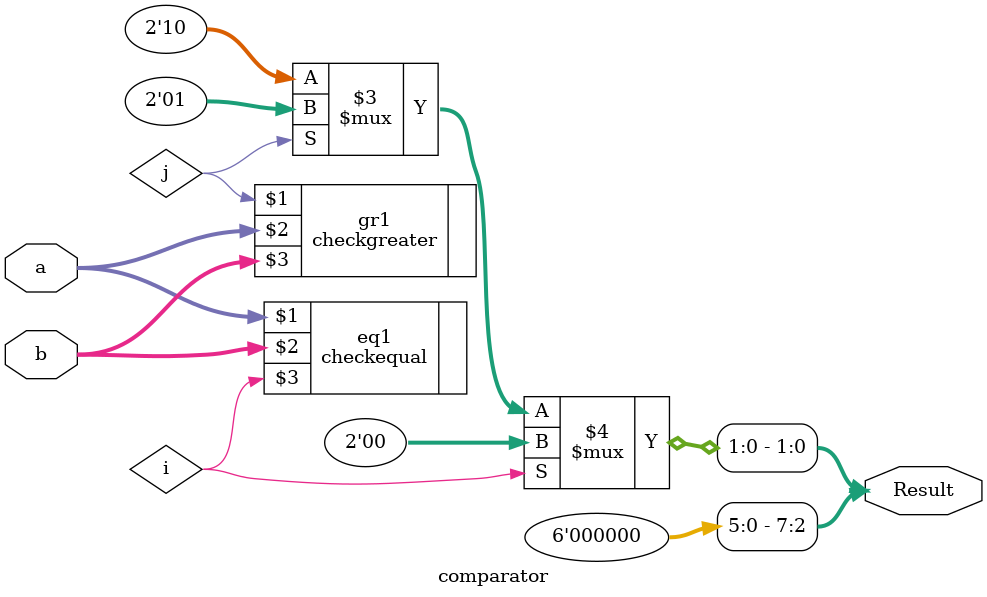
<source format=v>
module comparator (Result,a,b);
input [7:0]a;
input [7:0]b;
output [7:0]Result;

wire i,j;
checkequal eq1(a,b,i);
checkgreater gr1(j,a,b);
assign Result[7:2]=6'b000000;
assign Result[1:0] = (i==1)?2'b00:(j == 1)?2'b01:2'b10;

endmodule


</source>
